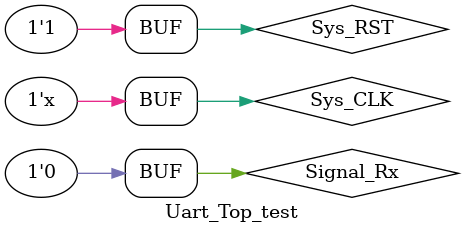
<source format=v>
`timescale 1ns / 1ns


module Uart_Top_test;

	// Inputs
	reg Sys_CLK;
	reg Sys_RST;
	reg Signal_Rx;

	// Outputs
	wire Signal_Tx;

	// Instantiate the Unit Under Test (UUT)
	Uart_Top uut (
		.Sys_CLK(Sys_CLK), 
		.Sys_RST(Sys_RST), 
		.Signal_Tx(Signal_Tx), 
		.Signal_Rx(Signal_Rx)
	);

	always #10 Sys_CLK = ~Sys_CLK;
	
	initial begin
		// Initialize Inputs
		Sys_CLK = 0;
		Sys_RST = 1;
		Signal_Rx = 0;

		// Wait 100 ns for global reset to finish
		#100;
        
		// Add stimulus here

	end
      
endmodule


</source>
